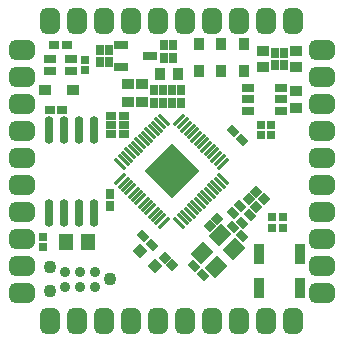
<source format=gts>
G04*
G04 #@! TF.GenerationSoftware,Altium Limited,Altium Designer,22.4.2 (48)*
G04*
G04 Layer_Color=8388736*
%FSLAX25Y25*%
%MOIN*%
G70*
G04*
G04 #@! TF.SameCoordinates,D1D02850-E0A3-49D7-BBEB-9C0FD6D2D351*
G04*
G04*
G04 #@! TF.FilePolarity,Negative*
G04*
G01*
G75*
G04:AMPARAMS|DCode=35|XSize=59.06mil|YSize=51.18mil|CornerRadius=0mil|HoleSize=0mil|Usage=FLASHONLY|Rotation=45.000|XOffset=0mil|YOffset=0mil|HoleType=Round|Shape=Rectangle|*
%AMROTATEDRECTD35*
4,1,4,-0.00278,-0.03897,-0.03897,-0.00278,0.00278,0.03897,0.03897,0.00278,-0.00278,-0.03897,0.0*
%
%ADD35ROTATEDRECTD35*%

%ADD36O,0.02874X0.09252*%
G04:AMPARAMS|DCode=37|XSize=47.24mil|YSize=11.81mil|CornerRadius=0mil|HoleSize=0mil|Usage=FLASHONLY|Rotation=45.000|XOffset=0mil|YOffset=0mil|HoleType=Round|Shape=Rectangle|*
%AMROTATEDRECTD37*
4,1,4,-0.01253,-0.02088,-0.02088,-0.01253,0.01253,0.02088,0.02088,0.01253,-0.01253,-0.02088,0.0*
%
%ADD37ROTATEDRECTD37*%

G04:AMPARAMS|DCode=38|XSize=47.24mil|YSize=11.81mil|CornerRadius=0mil|HoleSize=0mil|Usage=FLASHONLY|Rotation=135.000|XOffset=0mil|YOffset=0mil|HoleType=Round|Shape=Rectangle|*
%AMROTATEDRECTD38*
4,1,4,0.02088,-0.01253,0.01253,-0.02088,-0.02088,0.01253,-0.01253,0.02088,0.02088,-0.01253,0.0*
%
%ADD38ROTATEDRECTD38*%

%ADD39P,0.18374X4X90.0*%
%ADD40R,0.03894X0.03094*%
%ADD41R,0.04606X0.02756*%
%ADD42R,0.04331X0.02559*%
%ADD43R,0.03543X0.07087*%
%ADD44P,0.04092X4X360.0*%
%ADD45R,0.02894X0.02894*%
%ADD46R,0.02894X0.02894*%
%ADD47P,0.04092X4X90.0*%
%ADD48R,0.04853X0.05815*%
%ADD49R,0.03894X0.03594*%
%ADD50R,0.03594X0.03894*%
%ADD51C,0.03494*%
%ADD52P,0.05011X4X270.0*%
%ADD53R,0.04331X0.03347*%
%ADD54R,0.03347X0.04331*%
G04:AMPARAMS|DCode=55|XSize=33.94mil|YSize=25.44mil|CornerRadius=0mil|HoleSize=0mil|Usage=FLASHONLY|Rotation=135.000|XOffset=0mil|YOffset=0mil|HoleType=Round|Shape=Rectangle|*
%AMROTATEDRECTD55*
4,1,4,0.02099,-0.00301,0.00301,-0.02099,-0.02099,0.00301,-0.00301,0.02099,0.02099,-0.00301,0.0*
%
%ADD55ROTATEDRECTD55*%

%ADD56R,0.02544X0.03394*%
%ADD57R,0.03394X0.02544*%
%ADD58R,0.03937X0.03543*%
G04:AMPARAMS|DCode=59|XSize=63.94mil|YSize=83.94mil|CornerRadius=16.97mil|HoleSize=0mil|Usage=FLASHONLY|Rotation=90.000|XOffset=0mil|YOffset=0mil|HoleType=Round|Shape=RoundedRectangle|*
%AMROUNDEDRECTD59*
21,1,0.06394,0.05000,0,0,90.0*
21,1,0.03000,0.08394,0,0,90.0*
1,1,0.03394,0.02500,0.01500*
1,1,0.03394,0.02500,-0.01500*
1,1,0.03394,-0.02500,-0.01500*
1,1,0.03394,-0.02500,0.01500*
%
%ADD59ROUNDEDRECTD59*%
G04:AMPARAMS|DCode=60|XSize=63.94mil|YSize=83.94mil|CornerRadius=16.97mil|HoleSize=0mil|Usage=FLASHONLY|Rotation=180.000|XOffset=0mil|YOffset=0mil|HoleType=Round|Shape=RoundedRectangle|*
%AMROUNDEDRECTD60*
21,1,0.06394,0.05000,0,0,180.0*
21,1,0.03000,0.08394,0,0,180.0*
1,1,0.03394,-0.01500,0.02500*
1,1,0.03394,0.01500,0.02500*
1,1,0.03394,0.01500,-0.02500*
1,1,0.03394,-0.01500,-0.02500*
%
%ADD60ROUNDEDRECTD60*%
%ADD61C,0.04284*%
D35*
X60072Y22804D02*
D03*
X66196Y28928D02*
D03*
X70929Y24196D02*
D03*
X64804Y18071D02*
D03*
D36*
X24000Y63898D02*
D03*
X19000D02*
D03*
X14000D02*
D03*
X9000D02*
D03*
X24000Y36102D02*
D03*
X19000D02*
D03*
X14000D02*
D03*
X9000D02*
D03*
D37*
X32879Y47355D02*
D03*
X33993Y46242D02*
D03*
X35106Y45128D02*
D03*
X36220Y44015D02*
D03*
X37333Y42901D02*
D03*
X38447Y41787D02*
D03*
X39560Y40674D02*
D03*
X40674Y39560D02*
D03*
X41787Y38447D02*
D03*
X42901Y37333D02*
D03*
X44015Y36220D02*
D03*
X45128Y35106D02*
D03*
X46242Y33993D02*
D03*
X47355Y32879D02*
D03*
X67121Y52645D02*
D03*
X66007Y53758D02*
D03*
X64894Y54872D02*
D03*
X63780Y55985D02*
D03*
X62667Y57099D02*
D03*
X61553Y58213D02*
D03*
X60440Y59326D02*
D03*
X59326Y60440D02*
D03*
X58213Y61553D02*
D03*
X57099Y62667D02*
D03*
X55985Y63780D02*
D03*
X54872Y64894D02*
D03*
X53758Y66007D02*
D03*
X52645Y67121D02*
D03*
D38*
Y32879D02*
D03*
X53758Y33993D02*
D03*
X54872Y35106D02*
D03*
X55985Y36220D02*
D03*
X57099Y37333D02*
D03*
X58213Y38447D02*
D03*
X59326Y39560D02*
D03*
X60440Y40674D02*
D03*
X61553Y41787D02*
D03*
X62667Y42901D02*
D03*
X63780Y44015D02*
D03*
X64894Y45128D02*
D03*
X66007Y46242D02*
D03*
X67121Y47355D02*
D03*
X47355Y67121D02*
D03*
X46242Y66007D02*
D03*
X45128Y64894D02*
D03*
X44015Y63780D02*
D03*
X42901Y62667D02*
D03*
X41787Y61553D02*
D03*
X40674Y60440D02*
D03*
X39560Y59326D02*
D03*
X38447Y58213D02*
D03*
X37333Y57099D02*
D03*
X36220Y55985D02*
D03*
X35106Y54872D02*
D03*
X33993Y53758D02*
D03*
X32879Y52645D02*
D03*
D39*
X50000Y50000D02*
D03*
D40*
X16600Y87630D02*
D03*
Y83370D02*
D03*
X9400D02*
D03*
Y87630D02*
D03*
D41*
X33138Y92240D02*
D03*
Y84760D02*
D03*
X42863Y88500D02*
D03*
D42*
X75488Y70260D02*
D03*
Y74000D02*
D03*
Y77740D02*
D03*
X86512D02*
D03*
Y74000D02*
D03*
Y70260D02*
D03*
D43*
X92693Y11000D02*
D03*
X79307D02*
D03*
X92693Y22500D02*
D03*
X79307D02*
D03*
D44*
X50202Y18798D02*
D03*
X47798Y21202D02*
D03*
X78202Y38298D02*
D03*
X75798Y40702D02*
D03*
X80702Y40798D02*
D03*
X78298Y43202D02*
D03*
D45*
X83500Y34700D02*
D03*
Y31300D02*
D03*
X87000D02*
D03*
Y34700D02*
D03*
X7000Y24800D02*
D03*
Y28200D02*
D03*
X21000Y87200D02*
D03*
Y83800D02*
D03*
D46*
X79800Y62000D02*
D03*
X83200D02*
D03*
Y65500D02*
D03*
X79800D02*
D03*
D47*
X65202Y34202D02*
D03*
X62798Y31798D02*
D03*
D48*
X14696Y26500D02*
D03*
X22304D02*
D03*
D49*
X40000Y73000D02*
D03*
Y79000D02*
D03*
X35500Y73000D02*
D03*
Y79000D02*
D03*
D50*
X52000Y82500D02*
D03*
X46000D02*
D03*
D51*
X24500Y16500D02*
D03*
Y11500D02*
D03*
X19500D02*
D03*
Y16500D02*
D03*
X14500Y11500D02*
D03*
Y16500D02*
D03*
D52*
X39631Y23369D02*
D03*
X44369Y18631D02*
D03*
D53*
X7884Y77000D02*
D03*
X17117D02*
D03*
D54*
X74000Y83384D02*
D03*
Y92616D02*
D03*
X66500Y83384D02*
D03*
Y92616D02*
D03*
X59000Y83384D02*
D03*
Y92616D02*
D03*
D55*
X70480Y31520D02*
D03*
X73520Y28480D02*
D03*
X60520Y15480D02*
D03*
X57480Y18520D02*
D03*
X40480Y28520D02*
D03*
X43520Y25480D02*
D03*
X70480Y36020D02*
D03*
X73520Y32980D02*
D03*
X70480Y63520D02*
D03*
X73520Y60480D02*
D03*
X72980Y38520D02*
D03*
X76020Y35480D02*
D03*
D56*
X29500Y42650D02*
D03*
Y38350D02*
D03*
X53000Y72850D02*
D03*
Y77150D02*
D03*
X50000Y72850D02*
D03*
Y77150D02*
D03*
X26000Y86350D02*
D03*
Y90650D02*
D03*
X29000Y86350D02*
D03*
Y90650D02*
D03*
X47500Y87850D02*
D03*
Y92150D02*
D03*
X50500Y87850D02*
D03*
Y92150D02*
D03*
X84500Y85350D02*
D03*
Y89650D02*
D03*
X87500Y85350D02*
D03*
Y89650D02*
D03*
X44000Y72850D02*
D03*
Y77150D02*
D03*
X47000Y72850D02*
D03*
Y77150D02*
D03*
D57*
X34150Y68500D02*
D03*
X29850D02*
D03*
X34150Y65500D02*
D03*
X29850D02*
D03*
X15150Y92000D02*
D03*
X10850D02*
D03*
X34150Y62500D02*
D03*
X29850D02*
D03*
X9350Y70500D02*
D03*
X13650D02*
D03*
D58*
X80500Y90255D02*
D03*
Y84745D02*
D03*
X91500Y90255D02*
D03*
Y84745D02*
D03*
Y76755D02*
D03*
Y71245D02*
D03*
D59*
X0Y90500D02*
D03*
Y81500D02*
D03*
Y72500D02*
D03*
Y63500D02*
D03*
Y54500D02*
D03*
Y45500D02*
D03*
Y36500D02*
D03*
Y27500D02*
D03*
Y18500D02*
D03*
Y9500D02*
D03*
X100000D02*
D03*
Y18500D02*
D03*
Y27500D02*
D03*
Y36500D02*
D03*
Y45500D02*
D03*
Y54500D02*
D03*
Y63500D02*
D03*
Y72500D02*
D03*
Y81500D02*
D03*
Y90500D02*
D03*
D60*
X9500Y0D02*
D03*
X18500D02*
D03*
X27500D02*
D03*
X36500D02*
D03*
X45500D02*
D03*
X54500D02*
D03*
X63500D02*
D03*
X72500D02*
D03*
X81500D02*
D03*
X90500D02*
D03*
Y100000D02*
D03*
X81500D02*
D03*
X72500D02*
D03*
X63500D02*
D03*
X54500D02*
D03*
X45500D02*
D03*
X36500D02*
D03*
X27500D02*
D03*
X18500D02*
D03*
X9500D02*
D03*
D61*
Y10000D02*
D03*
Y18000D02*
D03*
X29500Y14000D02*
D03*
M02*

</source>
